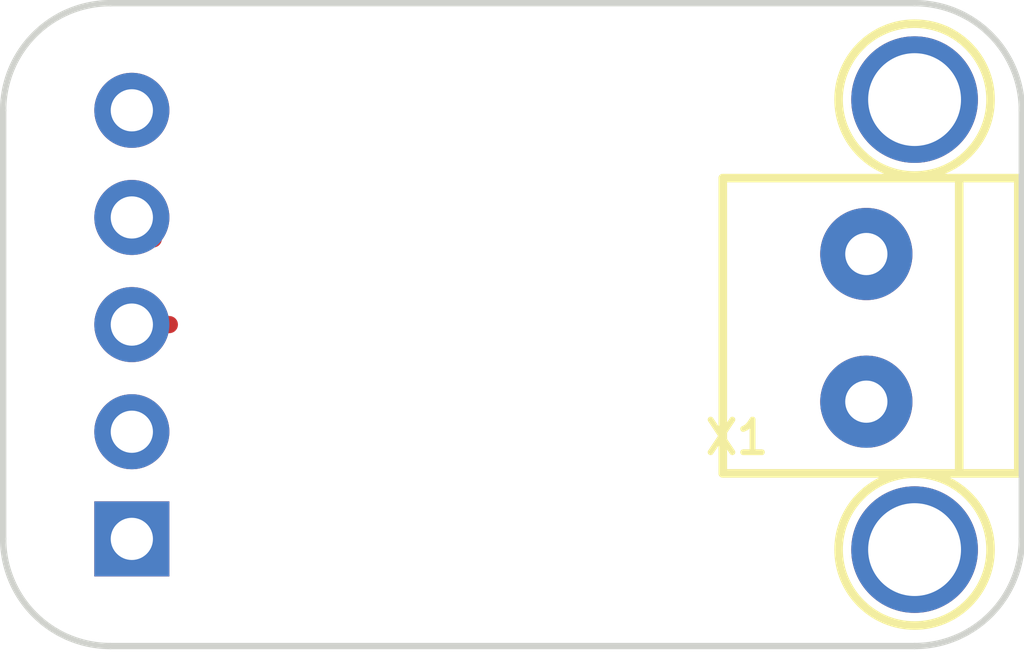
<source format=kicad_pcb>
(kicad_pcb (version 20171130) (host pcbnew "(5.0.0)")

  (general
    (thickness 1.6)
    (drawings 10)
    (tracks 2)
    (zones 0)
    (modules 4)
    (nets 8)
  )

  (page A4)
  (layers
    (0 Top signal)
    (31 Bottom signal)
    (32 B.Adhes user)
    (33 F.Adhes user)
    (34 B.Paste user)
    (35 F.Paste user)
    (36 B.SilkS user)
    (37 F.SilkS user)
    (38 B.Mask user)
    (39 F.Mask user)
    (40 Dwgs.User user)
    (41 Cmts.User user)
    (42 Eco1.User user)
    (43 Eco2.User user)
    (44 Edge.Cuts user)
    (45 Margin user)
    (46 B.CrtYd user)
    (47 F.CrtYd user)
    (48 B.Fab user)
    (49 F.Fab user)
  )

  (setup
    (last_trace_width 0.25)
    (trace_clearance 0.2)
    (zone_clearance 0.508)
    (zone_45_only no)
    (trace_min 0.2)
    (segment_width 0.2)
    (edge_width 0.15)
    (via_size 0.8)
    (via_drill 0.4)
    (via_min_size 0.4)
    (via_min_drill 0.3)
    (uvia_size 0.3)
    (uvia_drill 0.1)
    (uvias_allowed no)
    (uvia_min_size 0.2)
    (uvia_min_drill 0.1)
    (pcb_text_width 0.3)
    (pcb_text_size 1.5 1.5)
    (mod_edge_width 0.15)
    (mod_text_size 1 1)
    (mod_text_width 0.15)
    (pad_size 1.524 1.524)
    (pad_drill 0.762)
    (pad_to_mask_clearance 0.2)
    (aux_axis_origin 0 0)
    (visible_elements 7FFFFFFF)
    (pcbplotparams
      (layerselection 0x010fc_ffffffff)
      (usegerberextensions false)
      (usegerberattributes false)
      (usegerberadvancedattributes false)
      (creategerberjobfile false)
      (excludeedgelayer true)
      (linewidth 0.100000)
      (plotframeref false)
      (viasonmask false)
      (mode 1)
      (useauxorigin false)
      (hpglpennumber 1)
      (hpglpenspeed 20)
      (hpglpendiameter 15.000000)
      (psnegative false)
      (psa4output false)
      (plotreference true)
      (plotvalue true)
      (plotinvisibletext false)
      (padsonsilk false)
      (subtractmaskfromsilk false)
      (outputformat 1)
      (mirror false)
      (drillshape 1)
      (scaleselection 1)
      (outputdirectory ""))
  )

  (net 0 "")
  (net 1 VCC)
  (net 2 GND)
  (net 3 /SD)
  (net 4 /AIN-)
  (net 5 /VO+)
  (net 6 /VO-)
  (net 7 /AIN+)

  (net_class Default "Ceci est la Netclass par défaut."
    (clearance 0.2)
    (trace_width 0.25)
    (via_dia 0.8)
    (via_drill 0.4)
    (uvia_dia 0.3)
    (uvia_drill 0.1)
    (add_net /AIN+)
    (add_net /AIN-)
    (add_net /SD)
    (add_net /VO+)
    (add_net /VO-)
    (add_net GND)
    (add_net VCC)
  )

  (module "Adafruit PAM8302:MOUNTINGHOLE_2.0_PLATED" (layer Top) (tedit 5CD6E59A) (tstamp 5CD6B28E)
    (at 158.0261 110.3376)
    (path /ABBF7E6D)
    (fp_text reference U$11 (at 0 0) (layer F.SilkS) hide
      (effects (font (size 1.27 1.27) (thickness 0.15)))
    )
    (fp_text value MOUNTINGHOLE2.0 (at 0 0) (layer F.SilkS) hide
      (effects (font (size 1.27 1.27) (thickness 0.15)))
    )
    (fp_text user 2,0 (at -0.87 2.74) (layer Cmts.User)
      (effects (font (size 0.77216 0.77216) (thickness 0.065024)) (justify left bottom))
    )
    (fp_circle (center 0 0) (end 1 0) (layer Dwgs.User) (width 2.032))
    (fp_circle (center 0 0) (end 1 0) (layer Dwgs.User) (width 2.032))
    (fp_circle (center 0 0) (end 1 0) (layer Dwgs.User) (width 2.032))
    (fp_circle (center 0 0) (end 1 0) (layer Dwgs.User) (width 2.032))
    (fp_circle (center 0 0) (end 1 0) (layer Dwgs.User) (width 2.032))
    (fp_circle (center 0 0) (end 1.8 0) (layer F.SilkS) (width 0.2032))
    (pad P$1 thru_hole circle (at 0 0) (size 3 3) (drill 2.2) (layers *.Cu *.Mask)
      (solder_mask_margin 0.0508))
  )

  (module "Adafruit PAM8302:TERMBLOCK_1X2-3.5MM" (layer Top) (tedit 0) (tstamp 5CD6ADCE)
    (at 156.8831 105.1306 90)
    (path /8679BB61)
    (fp_text reference X1 (at -3 -3.89) (layer F.SilkS)
      (effects (font (size 0.77216 0.77216) (thickness 0.138988)) (justify left bottom))
    )
    (fp_text value TERMBLOCK_1X2 (at -3.048 3.048 90) (layer F.Fab)
      (effects (font (size 0.38608 0.38608) (thickness 0.038608)) (justify left bottom))
    )
    (fp_line (start -3.4 2.2) (end 3.6 2.2) (layer F.SilkS) (width 0.2032))
    (fp_line (start 3.6 -3.4) (end -3.4 -3.4) (layer F.SilkS) (width 0.2032))
    (fp_line (start 3.6 2.2) (end 3.6 -3.4) (layer F.SilkS) (width 0.2032))
    (fp_line (start 3.6 3.6) (end 3.6 2.2) (layer F.SilkS) (width 0.2032))
    (fp_line (start -3.4 3.6) (end 3.6 3.6) (layer F.SilkS) (width 0.2032))
    (fp_line (start -3.4 2.2) (end -3.4 3.6) (layer F.SilkS) (width 0.2032))
    (fp_line (start -3.4 -3.4) (end -3.4 2.2) (layer F.SilkS) (width 0.2032))
    (pad 2 thru_hole circle (at -1.7 0 90) (size 2.1844 2.1844) (drill 1) (layers *.Cu *.Mask)
      (net 6 /VO-) (solder_mask_margin 0.0508))
    (pad 1 thru_hole circle (at 1.8 0 90) (size 2.1844 2.1844) (drill 1) (layers *.Cu *.Mask)
      (net 5 /VO+) (solder_mask_margin 0.0508))
  )

  (module "Adafruit PAM8302:1X05_ROUND_70" (layer Top) (tedit 5CD6E5A1) (tstamp 5CD6ADC0)
    (at 139.4841 105.0036 90)
    (path /0B60073D)
    (fp_text reference JP1 (at -6.4262 -1.8288 90) (layer F.SilkS) hide
      (effects (font (size 0.77216 0.77216) (thickness 0.146304)) (justify left bottom))
    )
    (fp_text value HEADER-1X570MIL (at -6.35 3.175 90) (layer F.Fab)
      (effects (font (size 0.38608 0.38608) (thickness 0.038608)) (justify left bottom))
    )
    (fp_poly (pts (xy 4.826 0.254) (xy 5.334 0.254) (xy 5.334 -0.254) (xy 4.826 -0.254)) (layer F.Fab) (width 0))
    (fp_poly (pts (xy -5.334 0.254) (xy -4.826 0.254) (xy -4.826 -0.254) (xy -5.334 -0.254)) (layer F.Fab) (width 0))
    (fp_poly (pts (xy -2.794 0.254) (xy -2.286 0.254) (xy -2.286 -0.254) (xy -2.794 -0.254)) (layer F.Fab) (width 0))
    (fp_poly (pts (xy -0.254 0.254) (xy 0.254 0.254) (xy 0.254 -0.254) (xy -0.254 -0.254)) (layer F.Fab) (width 0))
    (fp_poly (pts (xy 2.286 0.254) (xy 2.794 0.254) (xy 2.794 -0.254) (xy 2.286 -0.254)) (layer F.Fab) (width 0))
    (fp_line (start -6.35 -0.635) (end -6.35 0.635) (layer F.Fab) (width 0.2032))
    (pad 5 thru_hole circle (at 5.08 0 180) (size 1.778 1.778) (drill 1) (layers *.Cu *.Mask)
      (net 7 /AIN+) (solder_mask_margin 0.0508))
    (pad 4 thru_hole circle (at 2.54 0 180) (size 1.778 1.778) (drill 1) (layers *.Cu *.Mask)
      (net 4 /AIN-) (solder_mask_margin 0.0508))
    (pad 3 thru_hole circle (at 0 0 180) (size 1.778 1.778) (drill 1) (layers *.Cu *.Mask)
      (net 3 /SD) (solder_mask_margin 0.0508))
    (pad 2 thru_hole circle (at -2.54 0 180) (size 1.778 1.778) (drill 1) (layers *.Cu *.Mask)
      (net 1 VCC) (solder_mask_margin 0.0508))
    (pad 1 thru_hole rect (at -5.08 0 180) (size 1.778 1.778) (drill 1) (layers *.Cu *.Mask)
      (net 2 GND) (solder_mask_margin 0.0508))
  )

  (module "Adafruit PAM8302:MOUNTINGHOLE_2.0_PLATED" (layer Top) (tedit 5CD6E597) (tstamp 5CD6B283)
    (at 158.0261 99.6696)
    (path /2B263A79)
    (fp_text reference U$10 (at 0 0) (layer F.SilkS) hide
      (effects (font (size 1.27 1.27) (thickness 0.15)))
    )
    (fp_text value MOUNTINGHOLE2.0 (at 0 0) (layer F.SilkS) hide
      (effects (font (size 1.27 1.27) (thickness 0.15)))
    )
    (fp_text user 2,0 (at -0.87 2.74) (layer Cmts.User)
      (effects (font (size 0.77216 0.77216) (thickness 0.065024)) (justify left bottom))
    )
    (fp_circle (center 0 0) (end 1 0) (layer Dwgs.User) (width 2.032))
    (fp_circle (center 0 0) (end 1 0) (layer Dwgs.User) (width 2.032))
    (fp_circle (center 0 0) (end 1 0) (layer Dwgs.User) (width 2.032))
    (fp_circle (center 0 0) (end 1 0) (layer Dwgs.User) (width 2.032))
    (fp_circle (center 0 0) (end 1 0) (layer Dwgs.User) (width 2.032))
    (fp_circle (center 0 0) (end 1.8 0) (layer F.SilkS) (width 0.2032))
    (pad P$1 thru_hole circle (at 0 0) (size 3 3) (drill 2.2) (layers *.Cu *.Mask)
      (solder_mask_margin 0.0508))
  )

  (gr_line (start 136.4361 110.0836) (end 136.4361 99.9236) (layer Edge.Cuts) (width 0.15) (tstamp 1E44CD90))
  (gr_arc (start 138.9761 99.9236) (end 136.4361 99.9236) (angle 90) (layer Edge.Cuts) (width 0.15) (tstamp 1E44CE30))
  (gr_line (start 138.9761 97.3836) (end 158.0261 97.3836) (layer Edge.Cuts) (width 0.15) (tstamp 1E44CC50))
  (gr_arc (start 158.0261 99.9236) (end 158.0261 97.3836) (angle 90) (layer Edge.Cuts) (width 0.15) (tstamp 1E44E5F0))
  (gr_line (start 160.5661 99.9236) (end 160.5661 110.0836) (layer Edge.Cuts) (width 0.15) (tstamp 1E44D970))
  (gr_arc (start 158.0261 110.0836) (end 160.5661 110.0836) (angle 90) (layer Edge.Cuts) (width 0.15) (tstamp 1E44CBB0))
  (gr_line (start 158.0261 112.6236) (end 138.9761 112.6236) (layer Edge.Cuts) (width 0.15) (tstamp 1E44EFF0))
  (gr_arc (start 138.9761 110.0836) (end 138.9761 112.6236) (angle 90) (layer Edge.Cuts) (width 0.15) (tstamp 1E44EA50))
  (gr_text "" (at 159.7787 105.1306 90) (layer F.SilkS) (tstamp 1E44EAF0)
    (effects (font (size 0.9652 0.9652) (thickness 0.12192)))
  )
  (gr_text "" (at 159.8041 105.1306 -90) (layer B.SilkS) (tstamp 1E44DBF0)
    (effects (font (size 0.9652 0.9652) (thickness 0.12192)) (justify right top mirror))
  )

  (segment (start 140.3731 105.0036) (end 139.4841 105.0036) (width 0.4064) (layer Top) (net 3) (tstamp 223A7AF0))
  (segment (start 139.4841 102.4636) (end 139.9921 102.9716) (width 0.4064) (layer Top) (net 4) (tstamp 223BDB70))

  (zone (net 2) (net_name GND) (layer Top) (tstamp 223A4B70) (hatch edge 0.508)
    (priority 6)
    (connect_pads (clearance 0.254))
    (min_thickness 0.254)
    (fill (arc_segments 32) (thermal_gap 0.304) (thermal_bridge_width 0.304))
    (polygon
      (pts
        (xy 136.4361 110.0836) (xy 136.4361 99.9236) (xy 136.45783 99.592063) (xy 136.522648 99.2662) (xy 136.629446 98.951584)
        (xy 136.776395 98.6536) (xy 136.960983 98.377346) (xy 137.180049 98.127549) (xy 137.429846 97.908483) (xy 137.7061 97.723895)
        (xy 138.004084 97.576946) (xy 138.3187 97.470148) (xy 138.644563 97.40533) (xy 138.9761 97.3836) (xy 158.0261 97.3836)
        (xy 158.357637 97.40533) (xy 158.6835 97.470148) (xy 158.998116 97.576946) (xy 159.2961 97.723895) (xy 159.572354 97.908483)
        (xy 159.822151 98.127549) (xy 160.041217 98.377346) (xy 160.225805 98.6536) (xy 160.372754 98.951584) (xy 160.479552 99.2662)
        (xy 160.5661 99.9236) (xy 160.5661 110.0836) (xy 160.54437 110.415137) (xy 160.479552 110.741) (xy 160.372754 111.055616)
        (xy 160.225805 111.3536) (xy 160.041217 111.629854) (xy 159.822151 111.879651) (xy 159.572354 112.098717) (xy 159.2961 112.283305)
        (xy 158.998116 112.430254) (xy 158.6835 112.537052) (xy 158.0261 112.6236) (xy 138.9761 112.6236) (xy 138.644563 112.60187)
        (xy 138.3187 112.537052) (xy 138.004084 112.430254) (xy 137.7061 112.283305) (xy 137.429846 112.098717) (xy 137.180049 111.879651)
        (xy 136.960983 111.629854) (xy 136.776395 111.3536) (xy 136.629446 111.055616) (xy 136.522648 110.741) (xy 136.45783 110.415137)
      )
    )
  )
)

</source>
